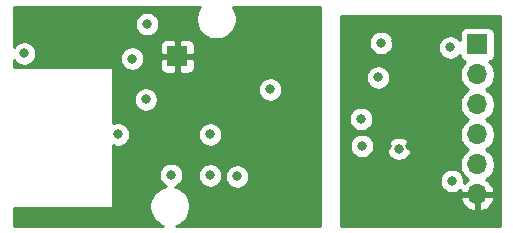
<source format=gbr>
%TF.GenerationSoftware,KiCad,Pcbnew,(5.1.6)-1*%
%TF.CreationDate,2020-11-12T12:57:51-08:00*%
%TF.ProjectId,frontendfullv2,66726f6e-7465-46e6-9466-756c6c76322e,rev?*%
%TF.SameCoordinates,Original*%
%TF.FileFunction,Copper,L2,Inr*%
%TF.FilePolarity,Positive*%
%FSLAX46Y46*%
G04 Gerber Fmt 4.6, Leading zero omitted, Abs format (unit mm)*
G04 Created by KiCad (PCBNEW (5.1.6)-1) date 2020-11-12 12:57:51*
%MOMM*%
%LPD*%
G01*
G04 APERTURE LIST*
%TA.AperFunction,ViaPad*%
%ADD10R,1.700000X1.700000*%
%TD*%
%TA.AperFunction,ViaPad*%
%ADD11O,1.700000X1.700000*%
%TD*%
%TA.AperFunction,ViaPad*%
%ADD12C,0.800000*%
%TD*%
%TA.AperFunction,Conductor*%
%ADD13C,0.254000*%
%TD*%
G04 APERTURE END LIST*
D10*
%TO.N,GNDA*%
%TO.C,J2*%
X80010000Y-118110000D03*
%TD*%
D11*
%TO.N,GND*%
%TO.C,J3*%
X105410000Y-129794000D03*
%TO.N,Net-(J3-Pad5)*%
X105410000Y-127254000D03*
%TO.N,/DOUT_BUF*%
X105410000Y-124714000D03*
%TO.N,Net-(J3-Pad3)*%
X105410000Y-122174000D03*
%TO.N,Net-(J3-Pad2)*%
X105410000Y-119634000D03*
D10*
%TO.N,+10V*%
X105410000Y-117094000D03*
%TD*%
D12*
%TO.N,GND*%
X95250000Y-117348000D03*
X98552000Y-116840000D03*
X100584000Y-117094000D03*
X100584000Y-115062000D03*
X103378000Y-127000000D03*
X103251000Y-130429000D03*
X100584000Y-131699000D03*
X98679000Y-131699000D03*
X99758500Y-125730000D03*
X97790000Y-125730000D03*
%TO.N,+3V0*%
X67056000Y-117856000D03*
X76200000Y-118300500D03*
X74993500Y-124714000D03*
X79502000Y-128143000D03*
X77470000Y-115366800D03*
%TO.N,Net-(C3-Pad2)*%
X77343000Y-121742200D03*
%TO.N,Net-(C5-Pad1)*%
X85090000Y-128270000D03*
X82804000Y-128172998D03*
X82804000Y-124714000D03*
X87884000Y-120904000D03*
%TO.N,+10V*%
X103124000Y-117348000D03*
X103251000Y-128651000D03*
%TO.N,Net-(J3-Pad3)*%
X97282000Y-116967000D03*
%TO.N,Net-(U4-Pad8)*%
X95572153Y-123385153D03*
X97023347Y-119883347D03*
%TO.N,Net-(U4-Pad6)*%
X95638762Y-125675126D03*
X98771003Y-125924000D03*
%TO.N,GNDA*%
X68072000Y-115062000D03*
X69088000Y-114300000D03*
X71120000Y-117348000D03*
X74930000Y-122682000D03*
X79400400Y-120091200D03*
X79502000Y-126441200D03*
X85775800Y-127177800D03*
X88138000Y-123952000D03*
X85090000Y-124460000D03*
X85344000Y-121666000D03*
X90678000Y-117348000D03*
X77901800Y-117805200D03*
X83566000Y-130073400D03*
X81000600Y-126669800D03*
X86614000Y-117348000D03*
%TD*%
D13*
%TO.N,GNDA*%
G36*
X81774463Y-114113169D02*
G01*
X81643675Y-114428919D01*
X81577000Y-114764117D01*
X81577000Y-115105883D01*
X81643675Y-115441081D01*
X81774463Y-115756831D01*
X81964337Y-116040998D01*
X82206002Y-116282663D01*
X82490169Y-116472537D01*
X82805919Y-116603325D01*
X83141117Y-116670000D01*
X83482883Y-116670000D01*
X83818081Y-116603325D01*
X84133831Y-116472537D01*
X84417998Y-116282663D01*
X84659663Y-116040998D01*
X84849537Y-115756831D01*
X84980325Y-115441081D01*
X85047000Y-115105883D01*
X85047000Y-114764117D01*
X84980325Y-114428919D01*
X84849537Y-114113169D01*
X84719798Y-113919000D01*
X92075000Y-113919000D01*
X92075000Y-132461000D01*
X79922907Y-132461000D01*
X80196831Y-132347537D01*
X80480998Y-132157663D01*
X80722663Y-131915998D01*
X80912537Y-131631831D01*
X81043325Y-131316081D01*
X81110000Y-130980883D01*
X81110000Y-130639117D01*
X81043325Y-130303919D01*
X80912537Y-129988169D01*
X80722663Y-129704002D01*
X80480998Y-129462337D01*
X80196831Y-129272463D01*
X79881081Y-129141675D01*
X79823313Y-129130184D01*
X79992256Y-129060205D01*
X80161774Y-128946937D01*
X80305937Y-128802774D01*
X80419205Y-128633256D01*
X80497226Y-128444898D01*
X80537000Y-128244939D01*
X80537000Y-128071059D01*
X81769000Y-128071059D01*
X81769000Y-128274937D01*
X81808774Y-128474896D01*
X81886795Y-128663254D01*
X82000063Y-128832772D01*
X82144226Y-128976935D01*
X82313744Y-129090203D01*
X82502102Y-129168224D01*
X82702061Y-129207998D01*
X82905939Y-129207998D01*
X83105898Y-129168224D01*
X83294256Y-129090203D01*
X83463774Y-128976935D01*
X83607937Y-128832772D01*
X83721205Y-128663254D01*
X83799226Y-128474896D01*
X83839000Y-128274937D01*
X83839000Y-128168061D01*
X84055000Y-128168061D01*
X84055000Y-128371939D01*
X84094774Y-128571898D01*
X84172795Y-128760256D01*
X84286063Y-128929774D01*
X84430226Y-129073937D01*
X84599744Y-129187205D01*
X84788102Y-129265226D01*
X84988061Y-129305000D01*
X85191939Y-129305000D01*
X85391898Y-129265226D01*
X85580256Y-129187205D01*
X85749774Y-129073937D01*
X85893937Y-128929774D01*
X86007205Y-128760256D01*
X86085226Y-128571898D01*
X86125000Y-128371939D01*
X86125000Y-128168061D01*
X86085226Y-127968102D01*
X86007205Y-127779744D01*
X85893937Y-127610226D01*
X85749774Y-127466063D01*
X85580256Y-127352795D01*
X85391898Y-127274774D01*
X85191939Y-127235000D01*
X84988061Y-127235000D01*
X84788102Y-127274774D01*
X84599744Y-127352795D01*
X84430226Y-127466063D01*
X84286063Y-127610226D01*
X84172795Y-127779744D01*
X84094774Y-127968102D01*
X84055000Y-128168061D01*
X83839000Y-128168061D01*
X83839000Y-128071059D01*
X83799226Y-127871100D01*
X83721205Y-127682742D01*
X83607937Y-127513224D01*
X83463774Y-127369061D01*
X83294256Y-127255793D01*
X83105898Y-127177772D01*
X82905939Y-127137998D01*
X82702061Y-127137998D01*
X82502102Y-127177772D01*
X82313744Y-127255793D01*
X82144226Y-127369061D01*
X82000063Y-127513224D01*
X81886795Y-127682742D01*
X81808774Y-127871100D01*
X81769000Y-128071059D01*
X80537000Y-128071059D01*
X80537000Y-128041061D01*
X80497226Y-127841102D01*
X80419205Y-127652744D01*
X80305937Y-127483226D01*
X80161774Y-127339063D01*
X79992256Y-127225795D01*
X79803898Y-127147774D01*
X79603939Y-127108000D01*
X79400061Y-127108000D01*
X79200102Y-127147774D01*
X79011744Y-127225795D01*
X78842226Y-127339063D01*
X78698063Y-127483226D01*
X78584795Y-127652744D01*
X78506774Y-127841102D01*
X78467000Y-128041061D01*
X78467000Y-128244939D01*
X78506774Y-128444898D01*
X78584795Y-128633256D01*
X78698063Y-128802774D01*
X78842226Y-128946937D01*
X79011744Y-129060205D01*
X79098284Y-129096051D01*
X78868919Y-129141675D01*
X78553169Y-129272463D01*
X78269002Y-129462337D01*
X78027337Y-129704002D01*
X77837463Y-129988169D01*
X77706675Y-130303919D01*
X77640000Y-130639117D01*
X77640000Y-130980883D01*
X77706675Y-131316081D01*
X77837463Y-131631831D01*
X78027337Y-131915998D01*
X78269002Y-132157663D01*
X78553169Y-132347537D01*
X78827093Y-132461000D01*
X66167000Y-132461000D01*
X66167000Y-130937000D01*
X74422000Y-130937000D01*
X74446776Y-130934560D01*
X74470601Y-130927333D01*
X74492557Y-130915597D01*
X74511803Y-130899803D01*
X74527597Y-130880557D01*
X74539333Y-130858601D01*
X74546560Y-130834776D01*
X74549000Y-130810000D01*
X74549000Y-125650158D01*
X74691602Y-125709226D01*
X74891561Y-125749000D01*
X75095439Y-125749000D01*
X75295398Y-125709226D01*
X75483756Y-125631205D01*
X75653274Y-125517937D01*
X75797437Y-125373774D01*
X75910705Y-125204256D01*
X75988726Y-125015898D01*
X76028500Y-124815939D01*
X76028500Y-124612061D01*
X81769000Y-124612061D01*
X81769000Y-124815939D01*
X81808774Y-125015898D01*
X81886795Y-125204256D01*
X82000063Y-125373774D01*
X82144226Y-125517937D01*
X82313744Y-125631205D01*
X82502102Y-125709226D01*
X82702061Y-125749000D01*
X82905939Y-125749000D01*
X83105898Y-125709226D01*
X83294256Y-125631205D01*
X83463774Y-125517937D01*
X83607937Y-125373774D01*
X83721205Y-125204256D01*
X83799226Y-125015898D01*
X83839000Y-124815939D01*
X83839000Y-124612061D01*
X83799226Y-124412102D01*
X83721205Y-124223744D01*
X83607937Y-124054226D01*
X83463774Y-123910063D01*
X83294256Y-123796795D01*
X83105898Y-123718774D01*
X82905939Y-123679000D01*
X82702061Y-123679000D01*
X82502102Y-123718774D01*
X82313744Y-123796795D01*
X82144226Y-123910063D01*
X82000063Y-124054226D01*
X81886795Y-124223744D01*
X81808774Y-124412102D01*
X81769000Y-124612061D01*
X76028500Y-124612061D01*
X75988726Y-124412102D01*
X75910705Y-124223744D01*
X75797437Y-124054226D01*
X75653274Y-123910063D01*
X75483756Y-123796795D01*
X75295398Y-123718774D01*
X75095439Y-123679000D01*
X74891561Y-123679000D01*
X74691602Y-123718774D01*
X74549000Y-123777842D01*
X74549000Y-121640261D01*
X76308000Y-121640261D01*
X76308000Y-121844139D01*
X76347774Y-122044098D01*
X76425795Y-122232456D01*
X76539063Y-122401974D01*
X76683226Y-122546137D01*
X76852744Y-122659405D01*
X77041102Y-122737426D01*
X77241061Y-122777200D01*
X77444939Y-122777200D01*
X77644898Y-122737426D01*
X77833256Y-122659405D01*
X78002774Y-122546137D01*
X78146937Y-122401974D01*
X78260205Y-122232456D01*
X78338226Y-122044098D01*
X78378000Y-121844139D01*
X78378000Y-121640261D01*
X78338226Y-121440302D01*
X78260205Y-121251944D01*
X78146937Y-121082426D01*
X78002774Y-120938263D01*
X77833256Y-120824995D01*
X77777889Y-120802061D01*
X86849000Y-120802061D01*
X86849000Y-121005939D01*
X86888774Y-121205898D01*
X86966795Y-121394256D01*
X87080063Y-121563774D01*
X87224226Y-121707937D01*
X87393744Y-121821205D01*
X87582102Y-121899226D01*
X87782061Y-121939000D01*
X87985939Y-121939000D01*
X88185898Y-121899226D01*
X88374256Y-121821205D01*
X88543774Y-121707937D01*
X88687937Y-121563774D01*
X88801205Y-121394256D01*
X88879226Y-121205898D01*
X88919000Y-121005939D01*
X88919000Y-120802061D01*
X88879226Y-120602102D01*
X88801205Y-120413744D01*
X88687937Y-120244226D01*
X88543774Y-120100063D01*
X88374256Y-119986795D01*
X88185898Y-119908774D01*
X87985939Y-119869000D01*
X87782061Y-119869000D01*
X87582102Y-119908774D01*
X87393744Y-119986795D01*
X87224226Y-120100063D01*
X87080063Y-120244226D01*
X86966795Y-120413744D01*
X86888774Y-120602102D01*
X86849000Y-120802061D01*
X77777889Y-120802061D01*
X77644898Y-120746974D01*
X77444939Y-120707200D01*
X77241061Y-120707200D01*
X77041102Y-120746974D01*
X76852744Y-120824995D01*
X76683226Y-120938263D01*
X76539063Y-121082426D01*
X76425795Y-121251944D01*
X76347774Y-121440302D01*
X76308000Y-121640261D01*
X74549000Y-121640261D01*
X74549000Y-119126000D01*
X74546560Y-119101224D01*
X74539333Y-119077399D01*
X74527597Y-119055443D01*
X74511803Y-119036197D01*
X74492557Y-119020403D01*
X74470601Y-119008667D01*
X74446776Y-119001440D01*
X74422000Y-118999000D01*
X66167000Y-118999000D01*
X66167000Y-118388468D01*
X66252063Y-118515774D01*
X66396226Y-118659937D01*
X66565744Y-118773205D01*
X66754102Y-118851226D01*
X66954061Y-118891000D01*
X67157939Y-118891000D01*
X67357898Y-118851226D01*
X67546256Y-118773205D01*
X67715774Y-118659937D01*
X67859937Y-118515774D01*
X67973205Y-118346256D01*
X68034382Y-118198561D01*
X75165000Y-118198561D01*
X75165000Y-118402439D01*
X75204774Y-118602398D01*
X75282795Y-118790756D01*
X75396063Y-118960274D01*
X75540226Y-119104437D01*
X75709744Y-119217705D01*
X75898102Y-119295726D01*
X76098061Y-119335500D01*
X76301939Y-119335500D01*
X76501898Y-119295726D01*
X76690256Y-119217705D01*
X76859774Y-119104437D01*
X77003937Y-118960274D01*
X77004120Y-118960000D01*
X78521928Y-118960000D01*
X78534188Y-119084482D01*
X78570498Y-119204180D01*
X78629463Y-119314494D01*
X78708815Y-119411185D01*
X78805506Y-119490537D01*
X78915820Y-119549502D01*
X79035518Y-119585812D01*
X79160000Y-119598072D01*
X79724250Y-119595000D01*
X79883000Y-119436250D01*
X79883000Y-118237000D01*
X80137000Y-118237000D01*
X80137000Y-119436250D01*
X80295750Y-119595000D01*
X80860000Y-119598072D01*
X80984482Y-119585812D01*
X81104180Y-119549502D01*
X81214494Y-119490537D01*
X81311185Y-119411185D01*
X81390537Y-119314494D01*
X81449502Y-119204180D01*
X81485812Y-119084482D01*
X81498072Y-118960000D01*
X81495000Y-118395750D01*
X81336250Y-118237000D01*
X80137000Y-118237000D01*
X79883000Y-118237000D01*
X78683750Y-118237000D01*
X78525000Y-118395750D01*
X78521928Y-118960000D01*
X77004120Y-118960000D01*
X77117205Y-118790756D01*
X77195226Y-118602398D01*
X77235000Y-118402439D01*
X77235000Y-118198561D01*
X77195226Y-117998602D01*
X77117205Y-117810244D01*
X77003937Y-117640726D01*
X76859774Y-117496563D01*
X76690256Y-117383295D01*
X76501898Y-117305274D01*
X76301939Y-117265500D01*
X76098061Y-117265500D01*
X75898102Y-117305274D01*
X75709744Y-117383295D01*
X75540226Y-117496563D01*
X75396063Y-117640726D01*
X75282795Y-117810244D01*
X75204774Y-117998602D01*
X75165000Y-118198561D01*
X68034382Y-118198561D01*
X68051226Y-118157898D01*
X68091000Y-117957939D01*
X68091000Y-117754061D01*
X68051226Y-117554102D01*
X67973205Y-117365744D01*
X67902550Y-117260000D01*
X78521928Y-117260000D01*
X78525000Y-117824250D01*
X78683750Y-117983000D01*
X79883000Y-117983000D01*
X79883000Y-116783750D01*
X80137000Y-116783750D01*
X80137000Y-117983000D01*
X81336250Y-117983000D01*
X81495000Y-117824250D01*
X81498072Y-117260000D01*
X81485812Y-117135518D01*
X81449502Y-117015820D01*
X81390537Y-116905506D01*
X81311185Y-116808815D01*
X81214494Y-116729463D01*
X81104180Y-116670498D01*
X80984482Y-116634188D01*
X80860000Y-116621928D01*
X80295750Y-116625000D01*
X80137000Y-116783750D01*
X79883000Y-116783750D01*
X79724250Y-116625000D01*
X79160000Y-116621928D01*
X79035518Y-116634188D01*
X78915820Y-116670498D01*
X78805506Y-116729463D01*
X78708815Y-116808815D01*
X78629463Y-116905506D01*
X78570498Y-117015820D01*
X78534188Y-117135518D01*
X78521928Y-117260000D01*
X67902550Y-117260000D01*
X67859937Y-117196226D01*
X67715774Y-117052063D01*
X67546256Y-116938795D01*
X67357898Y-116860774D01*
X67157939Y-116821000D01*
X66954061Y-116821000D01*
X66754102Y-116860774D01*
X66565744Y-116938795D01*
X66396226Y-117052063D01*
X66252063Y-117196226D01*
X66167000Y-117323532D01*
X66167000Y-115264861D01*
X76435000Y-115264861D01*
X76435000Y-115468739D01*
X76474774Y-115668698D01*
X76552795Y-115857056D01*
X76666063Y-116026574D01*
X76810226Y-116170737D01*
X76979744Y-116284005D01*
X77168102Y-116362026D01*
X77368061Y-116401800D01*
X77571939Y-116401800D01*
X77771898Y-116362026D01*
X77960256Y-116284005D01*
X78129774Y-116170737D01*
X78273937Y-116026574D01*
X78387205Y-115857056D01*
X78465226Y-115668698D01*
X78505000Y-115468739D01*
X78505000Y-115264861D01*
X78465226Y-115064902D01*
X78387205Y-114876544D01*
X78273937Y-114707026D01*
X78129774Y-114562863D01*
X77960256Y-114449595D01*
X77771898Y-114371574D01*
X77571939Y-114331800D01*
X77368061Y-114331800D01*
X77168102Y-114371574D01*
X76979744Y-114449595D01*
X76810226Y-114562863D01*
X76666063Y-114707026D01*
X76552795Y-114876544D01*
X76474774Y-115064902D01*
X76435000Y-115264861D01*
X66167000Y-115264861D01*
X66167000Y-113919000D01*
X81904202Y-113919000D01*
X81774463Y-114113169D01*
G37*
X81774463Y-114113169D02*
X81643675Y-114428919D01*
X81577000Y-114764117D01*
X81577000Y-115105883D01*
X81643675Y-115441081D01*
X81774463Y-115756831D01*
X81964337Y-116040998D01*
X82206002Y-116282663D01*
X82490169Y-116472537D01*
X82805919Y-116603325D01*
X83141117Y-116670000D01*
X83482883Y-116670000D01*
X83818081Y-116603325D01*
X84133831Y-116472537D01*
X84417998Y-116282663D01*
X84659663Y-116040998D01*
X84849537Y-115756831D01*
X84980325Y-115441081D01*
X85047000Y-115105883D01*
X85047000Y-114764117D01*
X84980325Y-114428919D01*
X84849537Y-114113169D01*
X84719798Y-113919000D01*
X92075000Y-113919000D01*
X92075000Y-132461000D01*
X79922907Y-132461000D01*
X80196831Y-132347537D01*
X80480998Y-132157663D01*
X80722663Y-131915998D01*
X80912537Y-131631831D01*
X81043325Y-131316081D01*
X81110000Y-130980883D01*
X81110000Y-130639117D01*
X81043325Y-130303919D01*
X80912537Y-129988169D01*
X80722663Y-129704002D01*
X80480998Y-129462337D01*
X80196831Y-129272463D01*
X79881081Y-129141675D01*
X79823313Y-129130184D01*
X79992256Y-129060205D01*
X80161774Y-128946937D01*
X80305937Y-128802774D01*
X80419205Y-128633256D01*
X80497226Y-128444898D01*
X80537000Y-128244939D01*
X80537000Y-128071059D01*
X81769000Y-128071059D01*
X81769000Y-128274937D01*
X81808774Y-128474896D01*
X81886795Y-128663254D01*
X82000063Y-128832772D01*
X82144226Y-128976935D01*
X82313744Y-129090203D01*
X82502102Y-129168224D01*
X82702061Y-129207998D01*
X82905939Y-129207998D01*
X83105898Y-129168224D01*
X83294256Y-129090203D01*
X83463774Y-128976935D01*
X83607937Y-128832772D01*
X83721205Y-128663254D01*
X83799226Y-128474896D01*
X83839000Y-128274937D01*
X83839000Y-128168061D01*
X84055000Y-128168061D01*
X84055000Y-128371939D01*
X84094774Y-128571898D01*
X84172795Y-128760256D01*
X84286063Y-128929774D01*
X84430226Y-129073937D01*
X84599744Y-129187205D01*
X84788102Y-129265226D01*
X84988061Y-129305000D01*
X85191939Y-129305000D01*
X85391898Y-129265226D01*
X85580256Y-129187205D01*
X85749774Y-129073937D01*
X85893937Y-128929774D01*
X86007205Y-128760256D01*
X86085226Y-128571898D01*
X86125000Y-128371939D01*
X86125000Y-128168061D01*
X86085226Y-127968102D01*
X86007205Y-127779744D01*
X85893937Y-127610226D01*
X85749774Y-127466063D01*
X85580256Y-127352795D01*
X85391898Y-127274774D01*
X85191939Y-127235000D01*
X84988061Y-127235000D01*
X84788102Y-127274774D01*
X84599744Y-127352795D01*
X84430226Y-127466063D01*
X84286063Y-127610226D01*
X84172795Y-127779744D01*
X84094774Y-127968102D01*
X84055000Y-128168061D01*
X83839000Y-128168061D01*
X83839000Y-128071059D01*
X83799226Y-127871100D01*
X83721205Y-127682742D01*
X83607937Y-127513224D01*
X83463774Y-127369061D01*
X83294256Y-127255793D01*
X83105898Y-127177772D01*
X82905939Y-127137998D01*
X82702061Y-127137998D01*
X82502102Y-127177772D01*
X82313744Y-127255793D01*
X82144226Y-127369061D01*
X82000063Y-127513224D01*
X81886795Y-127682742D01*
X81808774Y-127871100D01*
X81769000Y-128071059D01*
X80537000Y-128071059D01*
X80537000Y-128041061D01*
X80497226Y-127841102D01*
X80419205Y-127652744D01*
X80305937Y-127483226D01*
X80161774Y-127339063D01*
X79992256Y-127225795D01*
X79803898Y-127147774D01*
X79603939Y-127108000D01*
X79400061Y-127108000D01*
X79200102Y-127147774D01*
X79011744Y-127225795D01*
X78842226Y-127339063D01*
X78698063Y-127483226D01*
X78584795Y-127652744D01*
X78506774Y-127841102D01*
X78467000Y-128041061D01*
X78467000Y-128244939D01*
X78506774Y-128444898D01*
X78584795Y-128633256D01*
X78698063Y-128802774D01*
X78842226Y-128946937D01*
X79011744Y-129060205D01*
X79098284Y-129096051D01*
X78868919Y-129141675D01*
X78553169Y-129272463D01*
X78269002Y-129462337D01*
X78027337Y-129704002D01*
X77837463Y-129988169D01*
X77706675Y-130303919D01*
X77640000Y-130639117D01*
X77640000Y-130980883D01*
X77706675Y-131316081D01*
X77837463Y-131631831D01*
X78027337Y-131915998D01*
X78269002Y-132157663D01*
X78553169Y-132347537D01*
X78827093Y-132461000D01*
X66167000Y-132461000D01*
X66167000Y-130937000D01*
X74422000Y-130937000D01*
X74446776Y-130934560D01*
X74470601Y-130927333D01*
X74492557Y-130915597D01*
X74511803Y-130899803D01*
X74527597Y-130880557D01*
X74539333Y-130858601D01*
X74546560Y-130834776D01*
X74549000Y-130810000D01*
X74549000Y-125650158D01*
X74691602Y-125709226D01*
X74891561Y-125749000D01*
X75095439Y-125749000D01*
X75295398Y-125709226D01*
X75483756Y-125631205D01*
X75653274Y-125517937D01*
X75797437Y-125373774D01*
X75910705Y-125204256D01*
X75988726Y-125015898D01*
X76028500Y-124815939D01*
X76028500Y-124612061D01*
X81769000Y-124612061D01*
X81769000Y-124815939D01*
X81808774Y-125015898D01*
X81886795Y-125204256D01*
X82000063Y-125373774D01*
X82144226Y-125517937D01*
X82313744Y-125631205D01*
X82502102Y-125709226D01*
X82702061Y-125749000D01*
X82905939Y-125749000D01*
X83105898Y-125709226D01*
X83294256Y-125631205D01*
X83463774Y-125517937D01*
X83607937Y-125373774D01*
X83721205Y-125204256D01*
X83799226Y-125015898D01*
X83839000Y-124815939D01*
X83839000Y-124612061D01*
X83799226Y-124412102D01*
X83721205Y-124223744D01*
X83607937Y-124054226D01*
X83463774Y-123910063D01*
X83294256Y-123796795D01*
X83105898Y-123718774D01*
X82905939Y-123679000D01*
X82702061Y-123679000D01*
X82502102Y-123718774D01*
X82313744Y-123796795D01*
X82144226Y-123910063D01*
X82000063Y-124054226D01*
X81886795Y-124223744D01*
X81808774Y-124412102D01*
X81769000Y-124612061D01*
X76028500Y-124612061D01*
X75988726Y-124412102D01*
X75910705Y-124223744D01*
X75797437Y-124054226D01*
X75653274Y-123910063D01*
X75483756Y-123796795D01*
X75295398Y-123718774D01*
X75095439Y-123679000D01*
X74891561Y-123679000D01*
X74691602Y-123718774D01*
X74549000Y-123777842D01*
X74549000Y-121640261D01*
X76308000Y-121640261D01*
X76308000Y-121844139D01*
X76347774Y-122044098D01*
X76425795Y-122232456D01*
X76539063Y-122401974D01*
X76683226Y-122546137D01*
X76852744Y-122659405D01*
X77041102Y-122737426D01*
X77241061Y-122777200D01*
X77444939Y-122777200D01*
X77644898Y-122737426D01*
X77833256Y-122659405D01*
X78002774Y-122546137D01*
X78146937Y-122401974D01*
X78260205Y-122232456D01*
X78338226Y-122044098D01*
X78378000Y-121844139D01*
X78378000Y-121640261D01*
X78338226Y-121440302D01*
X78260205Y-121251944D01*
X78146937Y-121082426D01*
X78002774Y-120938263D01*
X77833256Y-120824995D01*
X77777889Y-120802061D01*
X86849000Y-120802061D01*
X86849000Y-121005939D01*
X86888774Y-121205898D01*
X86966795Y-121394256D01*
X87080063Y-121563774D01*
X87224226Y-121707937D01*
X87393744Y-121821205D01*
X87582102Y-121899226D01*
X87782061Y-121939000D01*
X87985939Y-121939000D01*
X88185898Y-121899226D01*
X88374256Y-121821205D01*
X88543774Y-121707937D01*
X88687937Y-121563774D01*
X88801205Y-121394256D01*
X88879226Y-121205898D01*
X88919000Y-121005939D01*
X88919000Y-120802061D01*
X88879226Y-120602102D01*
X88801205Y-120413744D01*
X88687937Y-120244226D01*
X88543774Y-120100063D01*
X88374256Y-119986795D01*
X88185898Y-119908774D01*
X87985939Y-119869000D01*
X87782061Y-119869000D01*
X87582102Y-119908774D01*
X87393744Y-119986795D01*
X87224226Y-120100063D01*
X87080063Y-120244226D01*
X86966795Y-120413744D01*
X86888774Y-120602102D01*
X86849000Y-120802061D01*
X77777889Y-120802061D01*
X77644898Y-120746974D01*
X77444939Y-120707200D01*
X77241061Y-120707200D01*
X77041102Y-120746974D01*
X76852744Y-120824995D01*
X76683226Y-120938263D01*
X76539063Y-121082426D01*
X76425795Y-121251944D01*
X76347774Y-121440302D01*
X76308000Y-121640261D01*
X74549000Y-121640261D01*
X74549000Y-119126000D01*
X74546560Y-119101224D01*
X74539333Y-119077399D01*
X74527597Y-119055443D01*
X74511803Y-119036197D01*
X74492557Y-119020403D01*
X74470601Y-119008667D01*
X74446776Y-119001440D01*
X74422000Y-118999000D01*
X66167000Y-118999000D01*
X66167000Y-118388468D01*
X66252063Y-118515774D01*
X66396226Y-118659937D01*
X66565744Y-118773205D01*
X66754102Y-118851226D01*
X66954061Y-118891000D01*
X67157939Y-118891000D01*
X67357898Y-118851226D01*
X67546256Y-118773205D01*
X67715774Y-118659937D01*
X67859937Y-118515774D01*
X67973205Y-118346256D01*
X68034382Y-118198561D01*
X75165000Y-118198561D01*
X75165000Y-118402439D01*
X75204774Y-118602398D01*
X75282795Y-118790756D01*
X75396063Y-118960274D01*
X75540226Y-119104437D01*
X75709744Y-119217705D01*
X75898102Y-119295726D01*
X76098061Y-119335500D01*
X76301939Y-119335500D01*
X76501898Y-119295726D01*
X76690256Y-119217705D01*
X76859774Y-119104437D01*
X77003937Y-118960274D01*
X77004120Y-118960000D01*
X78521928Y-118960000D01*
X78534188Y-119084482D01*
X78570498Y-119204180D01*
X78629463Y-119314494D01*
X78708815Y-119411185D01*
X78805506Y-119490537D01*
X78915820Y-119549502D01*
X79035518Y-119585812D01*
X79160000Y-119598072D01*
X79724250Y-119595000D01*
X79883000Y-119436250D01*
X79883000Y-118237000D01*
X80137000Y-118237000D01*
X80137000Y-119436250D01*
X80295750Y-119595000D01*
X80860000Y-119598072D01*
X80984482Y-119585812D01*
X81104180Y-119549502D01*
X81214494Y-119490537D01*
X81311185Y-119411185D01*
X81390537Y-119314494D01*
X81449502Y-119204180D01*
X81485812Y-119084482D01*
X81498072Y-118960000D01*
X81495000Y-118395750D01*
X81336250Y-118237000D01*
X80137000Y-118237000D01*
X79883000Y-118237000D01*
X78683750Y-118237000D01*
X78525000Y-118395750D01*
X78521928Y-118960000D01*
X77004120Y-118960000D01*
X77117205Y-118790756D01*
X77195226Y-118602398D01*
X77235000Y-118402439D01*
X77235000Y-118198561D01*
X77195226Y-117998602D01*
X77117205Y-117810244D01*
X77003937Y-117640726D01*
X76859774Y-117496563D01*
X76690256Y-117383295D01*
X76501898Y-117305274D01*
X76301939Y-117265500D01*
X76098061Y-117265500D01*
X75898102Y-117305274D01*
X75709744Y-117383295D01*
X75540226Y-117496563D01*
X75396063Y-117640726D01*
X75282795Y-117810244D01*
X75204774Y-117998602D01*
X75165000Y-118198561D01*
X68034382Y-118198561D01*
X68051226Y-118157898D01*
X68091000Y-117957939D01*
X68091000Y-117754061D01*
X68051226Y-117554102D01*
X67973205Y-117365744D01*
X67902550Y-117260000D01*
X78521928Y-117260000D01*
X78525000Y-117824250D01*
X78683750Y-117983000D01*
X79883000Y-117983000D01*
X79883000Y-116783750D01*
X80137000Y-116783750D01*
X80137000Y-117983000D01*
X81336250Y-117983000D01*
X81495000Y-117824250D01*
X81498072Y-117260000D01*
X81485812Y-117135518D01*
X81449502Y-117015820D01*
X81390537Y-116905506D01*
X81311185Y-116808815D01*
X81214494Y-116729463D01*
X81104180Y-116670498D01*
X80984482Y-116634188D01*
X80860000Y-116621928D01*
X80295750Y-116625000D01*
X80137000Y-116783750D01*
X79883000Y-116783750D01*
X79724250Y-116625000D01*
X79160000Y-116621928D01*
X79035518Y-116634188D01*
X78915820Y-116670498D01*
X78805506Y-116729463D01*
X78708815Y-116808815D01*
X78629463Y-116905506D01*
X78570498Y-117015820D01*
X78534188Y-117135518D01*
X78521928Y-117260000D01*
X67902550Y-117260000D01*
X67859937Y-117196226D01*
X67715774Y-117052063D01*
X67546256Y-116938795D01*
X67357898Y-116860774D01*
X67157939Y-116821000D01*
X66954061Y-116821000D01*
X66754102Y-116860774D01*
X66565744Y-116938795D01*
X66396226Y-117052063D01*
X66252063Y-117196226D01*
X66167000Y-117323532D01*
X66167000Y-115264861D01*
X76435000Y-115264861D01*
X76435000Y-115468739D01*
X76474774Y-115668698D01*
X76552795Y-115857056D01*
X76666063Y-116026574D01*
X76810226Y-116170737D01*
X76979744Y-116284005D01*
X77168102Y-116362026D01*
X77368061Y-116401800D01*
X77571939Y-116401800D01*
X77771898Y-116362026D01*
X77960256Y-116284005D01*
X78129774Y-116170737D01*
X78273937Y-116026574D01*
X78387205Y-115857056D01*
X78465226Y-115668698D01*
X78505000Y-115468739D01*
X78505000Y-115264861D01*
X78465226Y-115064902D01*
X78387205Y-114876544D01*
X78273937Y-114707026D01*
X78129774Y-114562863D01*
X77960256Y-114449595D01*
X77771898Y-114371574D01*
X77571939Y-114331800D01*
X77368061Y-114331800D01*
X77168102Y-114371574D01*
X76979744Y-114449595D01*
X76810226Y-114562863D01*
X76666063Y-114707026D01*
X76552795Y-114876544D01*
X76474774Y-115064902D01*
X76435000Y-115264861D01*
X66167000Y-115264861D01*
X66167000Y-113919000D01*
X81904202Y-113919000D01*
X81774463Y-114113169D01*
%TO.N,GND*%
G36*
X107315000Y-132461000D02*
G01*
X93853000Y-132461000D01*
X93853000Y-130150890D01*
X103968524Y-130150890D01*
X104013175Y-130298099D01*
X104138359Y-130560920D01*
X104312412Y-130794269D01*
X104528645Y-130989178D01*
X104778748Y-131138157D01*
X105053109Y-131235481D01*
X105283000Y-131114814D01*
X105283000Y-129921000D01*
X105537000Y-129921000D01*
X105537000Y-131114814D01*
X105766891Y-131235481D01*
X106041252Y-131138157D01*
X106291355Y-130989178D01*
X106507588Y-130794269D01*
X106681641Y-130560920D01*
X106806825Y-130298099D01*
X106851476Y-130150890D01*
X106730155Y-129921000D01*
X105537000Y-129921000D01*
X105283000Y-129921000D01*
X104089845Y-129921000D01*
X103968524Y-130150890D01*
X93853000Y-130150890D01*
X93853000Y-125573187D01*
X94603762Y-125573187D01*
X94603762Y-125777065D01*
X94643536Y-125977024D01*
X94721557Y-126165382D01*
X94834825Y-126334900D01*
X94978988Y-126479063D01*
X95148506Y-126592331D01*
X95336864Y-126670352D01*
X95536823Y-126710126D01*
X95740701Y-126710126D01*
X95940660Y-126670352D01*
X96129018Y-126592331D01*
X96298536Y-126479063D01*
X96442699Y-126334900D01*
X96555967Y-126165382D01*
X96633988Y-125977024D01*
X96664811Y-125822061D01*
X97736003Y-125822061D01*
X97736003Y-126025939D01*
X97775777Y-126225898D01*
X97853798Y-126414256D01*
X97967066Y-126583774D01*
X98111229Y-126727937D01*
X98280747Y-126841205D01*
X98469105Y-126919226D01*
X98669064Y-126959000D01*
X98872942Y-126959000D01*
X99072901Y-126919226D01*
X99261259Y-126841205D01*
X99430777Y-126727937D01*
X99574940Y-126583774D01*
X99688208Y-126414256D01*
X99766229Y-126225898D01*
X99806003Y-126025939D01*
X99806003Y-125822061D01*
X99766229Y-125622102D01*
X99688208Y-125433744D01*
X99574940Y-125264226D01*
X99430777Y-125120063D01*
X99261259Y-125006795D01*
X99072901Y-124928774D01*
X98872942Y-124889000D01*
X98669064Y-124889000D01*
X98469105Y-124928774D01*
X98280747Y-125006795D01*
X98111229Y-125120063D01*
X97967066Y-125264226D01*
X97853798Y-125433744D01*
X97775777Y-125622102D01*
X97736003Y-125822061D01*
X96664811Y-125822061D01*
X96673762Y-125777065D01*
X96673762Y-125573187D01*
X96633988Y-125373228D01*
X96555967Y-125184870D01*
X96442699Y-125015352D01*
X96298536Y-124871189D01*
X96129018Y-124757921D01*
X95940660Y-124679900D01*
X95740701Y-124640126D01*
X95536823Y-124640126D01*
X95336864Y-124679900D01*
X95148506Y-124757921D01*
X94978988Y-124871189D01*
X94834825Y-125015352D01*
X94721557Y-125184870D01*
X94643536Y-125373228D01*
X94603762Y-125573187D01*
X93853000Y-125573187D01*
X93853000Y-123283214D01*
X94537153Y-123283214D01*
X94537153Y-123487092D01*
X94576927Y-123687051D01*
X94654948Y-123875409D01*
X94768216Y-124044927D01*
X94912379Y-124189090D01*
X95081897Y-124302358D01*
X95270255Y-124380379D01*
X95470214Y-124420153D01*
X95674092Y-124420153D01*
X95874051Y-124380379D01*
X96062409Y-124302358D01*
X96231927Y-124189090D01*
X96376090Y-124044927D01*
X96489358Y-123875409D01*
X96567379Y-123687051D01*
X96607153Y-123487092D01*
X96607153Y-123283214D01*
X96567379Y-123083255D01*
X96489358Y-122894897D01*
X96376090Y-122725379D01*
X96231927Y-122581216D01*
X96062409Y-122467948D01*
X95874051Y-122389927D01*
X95674092Y-122350153D01*
X95470214Y-122350153D01*
X95270255Y-122389927D01*
X95081897Y-122467948D01*
X94912379Y-122581216D01*
X94768216Y-122725379D01*
X94654948Y-122894897D01*
X94576927Y-123083255D01*
X94537153Y-123283214D01*
X93853000Y-123283214D01*
X93853000Y-119781408D01*
X95988347Y-119781408D01*
X95988347Y-119985286D01*
X96028121Y-120185245D01*
X96106142Y-120373603D01*
X96219410Y-120543121D01*
X96363573Y-120687284D01*
X96533091Y-120800552D01*
X96721449Y-120878573D01*
X96921408Y-120918347D01*
X97125286Y-120918347D01*
X97325245Y-120878573D01*
X97513603Y-120800552D01*
X97683121Y-120687284D01*
X97827284Y-120543121D01*
X97940552Y-120373603D01*
X98018573Y-120185245D01*
X98058347Y-119985286D01*
X98058347Y-119781408D01*
X98018573Y-119581449D01*
X97940552Y-119393091D01*
X97827284Y-119223573D01*
X97683121Y-119079410D01*
X97513603Y-118966142D01*
X97325245Y-118888121D01*
X97125286Y-118848347D01*
X96921408Y-118848347D01*
X96721449Y-118888121D01*
X96533091Y-118966142D01*
X96363573Y-119079410D01*
X96219410Y-119223573D01*
X96106142Y-119393091D01*
X96028121Y-119581449D01*
X95988347Y-119781408D01*
X93853000Y-119781408D01*
X93853000Y-116865061D01*
X96247000Y-116865061D01*
X96247000Y-117068939D01*
X96286774Y-117268898D01*
X96364795Y-117457256D01*
X96478063Y-117626774D01*
X96622226Y-117770937D01*
X96791744Y-117884205D01*
X96980102Y-117962226D01*
X97180061Y-118002000D01*
X97383939Y-118002000D01*
X97583898Y-117962226D01*
X97772256Y-117884205D01*
X97941774Y-117770937D01*
X98085937Y-117626774D01*
X98199205Y-117457256D01*
X98277226Y-117268898D01*
X98281768Y-117246061D01*
X102089000Y-117246061D01*
X102089000Y-117449939D01*
X102128774Y-117649898D01*
X102206795Y-117838256D01*
X102320063Y-118007774D01*
X102464226Y-118151937D01*
X102633744Y-118265205D01*
X102822102Y-118343226D01*
X103022061Y-118383000D01*
X103225939Y-118383000D01*
X103425898Y-118343226D01*
X103614256Y-118265205D01*
X103783774Y-118151937D01*
X103927937Y-118007774D01*
X103928174Y-118007419D01*
X103934188Y-118068482D01*
X103970498Y-118188180D01*
X104029463Y-118298494D01*
X104108815Y-118395185D01*
X104205506Y-118474537D01*
X104315820Y-118533502D01*
X104388380Y-118555513D01*
X104256525Y-118687368D01*
X104094010Y-118930589D01*
X103982068Y-119200842D01*
X103925000Y-119487740D01*
X103925000Y-119780260D01*
X103982068Y-120067158D01*
X104094010Y-120337411D01*
X104256525Y-120580632D01*
X104463368Y-120787475D01*
X104637760Y-120904000D01*
X104463368Y-121020525D01*
X104256525Y-121227368D01*
X104094010Y-121470589D01*
X103982068Y-121740842D01*
X103925000Y-122027740D01*
X103925000Y-122320260D01*
X103982068Y-122607158D01*
X104094010Y-122877411D01*
X104256525Y-123120632D01*
X104463368Y-123327475D01*
X104637760Y-123444000D01*
X104463368Y-123560525D01*
X104256525Y-123767368D01*
X104094010Y-124010589D01*
X103982068Y-124280842D01*
X103925000Y-124567740D01*
X103925000Y-124860260D01*
X103982068Y-125147158D01*
X104094010Y-125417411D01*
X104256525Y-125660632D01*
X104463368Y-125867475D01*
X104637760Y-125984000D01*
X104463368Y-126100525D01*
X104256525Y-126307368D01*
X104094010Y-126550589D01*
X103982068Y-126820842D01*
X103925000Y-127107740D01*
X103925000Y-127400260D01*
X103982068Y-127687158D01*
X104094010Y-127957411D01*
X104256525Y-128200632D01*
X104463368Y-128407475D01*
X104645534Y-128529195D01*
X104528645Y-128598822D01*
X104312412Y-128793731D01*
X104265331Y-128856852D01*
X104286000Y-128752939D01*
X104286000Y-128549061D01*
X104246226Y-128349102D01*
X104168205Y-128160744D01*
X104054937Y-127991226D01*
X103910774Y-127847063D01*
X103741256Y-127733795D01*
X103552898Y-127655774D01*
X103352939Y-127616000D01*
X103149061Y-127616000D01*
X102949102Y-127655774D01*
X102760744Y-127733795D01*
X102591226Y-127847063D01*
X102447063Y-127991226D01*
X102333795Y-128160744D01*
X102255774Y-128349102D01*
X102216000Y-128549061D01*
X102216000Y-128752939D01*
X102255774Y-128952898D01*
X102333795Y-129141256D01*
X102447063Y-129310774D01*
X102591226Y-129454937D01*
X102760744Y-129568205D01*
X102949102Y-129646226D01*
X103149061Y-129686000D01*
X103352939Y-129686000D01*
X103552898Y-129646226D01*
X103741256Y-129568205D01*
X103910774Y-129454937D01*
X103985905Y-129379806D01*
X103968524Y-129437110D01*
X104089845Y-129667000D01*
X105283000Y-129667000D01*
X105283000Y-129647000D01*
X105537000Y-129647000D01*
X105537000Y-129667000D01*
X106730155Y-129667000D01*
X106851476Y-129437110D01*
X106806825Y-129289901D01*
X106681641Y-129027080D01*
X106507588Y-128793731D01*
X106291355Y-128598822D01*
X106174466Y-128529195D01*
X106356632Y-128407475D01*
X106563475Y-128200632D01*
X106725990Y-127957411D01*
X106837932Y-127687158D01*
X106895000Y-127400260D01*
X106895000Y-127107740D01*
X106837932Y-126820842D01*
X106725990Y-126550589D01*
X106563475Y-126307368D01*
X106356632Y-126100525D01*
X106182240Y-125984000D01*
X106356632Y-125867475D01*
X106563475Y-125660632D01*
X106725990Y-125417411D01*
X106837932Y-125147158D01*
X106895000Y-124860260D01*
X106895000Y-124567740D01*
X106837932Y-124280842D01*
X106725990Y-124010589D01*
X106563475Y-123767368D01*
X106356632Y-123560525D01*
X106182240Y-123444000D01*
X106356632Y-123327475D01*
X106563475Y-123120632D01*
X106725990Y-122877411D01*
X106837932Y-122607158D01*
X106895000Y-122320260D01*
X106895000Y-122027740D01*
X106837932Y-121740842D01*
X106725990Y-121470589D01*
X106563475Y-121227368D01*
X106356632Y-121020525D01*
X106182240Y-120904000D01*
X106356632Y-120787475D01*
X106563475Y-120580632D01*
X106725990Y-120337411D01*
X106837932Y-120067158D01*
X106895000Y-119780260D01*
X106895000Y-119487740D01*
X106837932Y-119200842D01*
X106725990Y-118930589D01*
X106563475Y-118687368D01*
X106431620Y-118555513D01*
X106504180Y-118533502D01*
X106614494Y-118474537D01*
X106711185Y-118395185D01*
X106790537Y-118298494D01*
X106849502Y-118188180D01*
X106885812Y-118068482D01*
X106898072Y-117944000D01*
X106898072Y-116244000D01*
X106885812Y-116119518D01*
X106849502Y-115999820D01*
X106790537Y-115889506D01*
X106711185Y-115792815D01*
X106614494Y-115713463D01*
X106504180Y-115654498D01*
X106384482Y-115618188D01*
X106260000Y-115605928D01*
X104560000Y-115605928D01*
X104435518Y-115618188D01*
X104315820Y-115654498D01*
X104205506Y-115713463D01*
X104108815Y-115792815D01*
X104029463Y-115889506D01*
X103970498Y-115999820D01*
X103934188Y-116119518D01*
X103921928Y-116244000D01*
X103921928Y-116682217D01*
X103783774Y-116544063D01*
X103614256Y-116430795D01*
X103425898Y-116352774D01*
X103225939Y-116313000D01*
X103022061Y-116313000D01*
X102822102Y-116352774D01*
X102633744Y-116430795D01*
X102464226Y-116544063D01*
X102320063Y-116688226D01*
X102206795Y-116857744D01*
X102128774Y-117046102D01*
X102089000Y-117246061D01*
X98281768Y-117246061D01*
X98317000Y-117068939D01*
X98317000Y-116865061D01*
X98277226Y-116665102D01*
X98199205Y-116476744D01*
X98085937Y-116307226D01*
X97941774Y-116163063D01*
X97772256Y-116049795D01*
X97583898Y-115971774D01*
X97383939Y-115932000D01*
X97180061Y-115932000D01*
X96980102Y-115971774D01*
X96791744Y-116049795D01*
X96622226Y-116163063D01*
X96478063Y-116307226D01*
X96364795Y-116476744D01*
X96286774Y-116665102D01*
X96247000Y-116865061D01*
X93853000Y-116865061D01*
X93853000Y-114681000D01*
X107315000Y-114681000D01*
X107315000Y-132461000D01*
G37*
X107315000Y-132461000D02*
X93853000Y-132461000D01*
X93853000Y-130150890D01*
X103968524Y-130150890D01*
X104013175Y-130298099D01*
X104138359Y-130560920D01*
X104312412Y-130794269D01*
X104528645Y-130989178D01*
X104778748Y-131138157D01*
X105053109Y-131235481D01*
X105283000Y-131114814D01*
X105283000Y-129921000D01*
X105537000Y-129921000D01*
X105537000Y-131114814D01*
X105766891Y-131235481D01*
X106041252Y-131138157D01*
X106291355Y-130989178D01*
X106507588Y-130794269D01*
X106681641Y-130560920D01*
X106806825Y-130298099D01*
X106851476Y-130150890D01*
X106730155Y-129921000D01*
X105537000Y-129921000D01*
X105283000Y-129921000D01*
X104089845Y-129921000D01*
X103968524Y-130150890D01*
X93853000Y-130150890D01*
X93853000Y-125573187D01*
X94603762Y-125573187D01*
X94603762Y-125777065D01*
X94643536Y-125977024D01*
X94721557Y-126165382D01*
X94834825Y-126334900D01*
X94978988Y-126479063D01*
X95148506Y-126592331D01*
X95336864Y-126670352D01*
X95536823Y-126710126D01*
X95740701Y-126710126D01*
X95940660Y-126670352D01*
X96129018Y-126592331D01*
X96298536Y-126479063D01*
X96442699Y-126334900D01*
X96555967Y-126165382D01*
X96633988Y-125977024D01*
X96664811Y-125822061D01*
X97736003Y-125822061D01*
X97736003Y-126025939D01*
X97775777Y-126225898D01*
X97853798Y-126414256D01*
X97967066Y-126583774D01*
X98111229Y-126727937D01*
X98280747Y-126841205D01*
X98469105Y-126919226D01*
X98669064Y-126959000D01*
X98872942Y-126959000D01*
X99072901Y-126919226D01*
X99261259Y-126841205D01*
X99430777Y-126727937D01*
X99574940Y-126583774D01*
X99688208Y-126414256D01*
X99766229Y-126225898D01*
X99806003Y-126025939D01*
X99806003Y-125822061D01*
X99766229Y-125622102D01*
X99688208Y-125433744D01*
X99574940Y-125264226D01*
X99430777Y-125120063D01*
X99261259Y-125006795D01*
X99072901Y-124928774D01*
X98872942Y-124889000D01*
X98669064Y-124889000D01*
X98469105Y-124928774D01*
X98280747Y-125006795D01*
X98111229Y-125120063D01*
X97967066Y-125264226D01*
X97853798Y-125433744D01*
X97775777Y-125622102D01*
X97736003Y-125822061D01*
X96664811Y-125822061D01*
X96673762Y-125777065D01*
X96673762Y-125573187D01*
X96633988Y-125373228D01*
X96555967Y-125184870D01*
X96442699Y-125015352D01*
X96298536Y-124871189D01*
X96129018Y-124757921D01*
X95940660Y-124679900D01*
X95740701Y-124640126D01*
X95536823Y-124640126D01*
X95336864Y-124679900D01*
X95148506Y-124757921D01*
X94978988Y-124871189D01*
X94834825Y-125015352D01*
X94721557Y-125184870D01*
X94643536Y-125373228D01*
X94603762Y-125573187D01*
X93853000Y-125573187D01*
X93853000Y-123283214D01*
X94537153Y-123283214D01*
X94537153Y-123487092D01*
X94576927Y-123687051D01*
X94654948Y-123875409D01*
X94768216Y-124044927D01*
X94912379Y-124189090D01*
X95081897Y-124302358D01*
X95270255Y-124380379D01*
X95470214Y-124420153D01*
X95674092Y-124420153D01*
X95874051Y-124380379D01*
X96062409Y-124302358D01*
X96231927Y-124189090D01*
X96376090Y-124044927D01*
X96489358Y-123875409D01*
X96567379Y-123687051D01*
X96607153Y-123487092D01*
X96607153Y-123283214D01*
X96567379Y-123083255D01*
X96489358Y-122894897D01*
X96376090Y-122725379D01*
X96231927Y-122581216D01*
X96062409Y-122467948D01*
X95874051Y-122389927D01*
X95674092Y-122350153D01*
X95470214Y-122350153D01*
X95270255Y-122389927D01*
X95081897Y-122467948D01*
X94912379Y-122581216D01*
X94768216Y-122725379D01*
X94654948Y-122894897D01*
X94576927Y-123083255D01*
X94537153Y-123283214D01*
X93853000Y-123283214D01*
X93853000Y-119781408D01*
X95988347Y-119781408D01*
X95988347Y-119985286D01*
X96028121Y-120185245D01*
X96106142Y-120373603D01*
X96219410Y-120543121D01*
X96363573Y-120687284D01*
X96533091Y-120800552D01*
X96721449Y-120878573D01*
X96921408Y-120918347D01*
X97125286Y-120918347D01*
X97325245Y-120878573D01*
X97513603Y-120800552D01*
X97683121Y-120687284D01*
X97827284Y-120543121D01*
X97940552Y-120373603D01*
X98018573Y-120185245D01*
X98058347Y-119985286D01*
X98058347Y-119781408D01*
X98018573Y-119581449D01*
X97940552Y-119393091D01*
X97827284Y-119223573D01*
X97683121Y-119079410D01*
X97513603Y-118966142D01*
X97325245Y-118888121D01*
X97125286Y-118848347D01*
X96921408Y-118848347D01*
X96721449Y-118888121D01*
X96533091Y-118966142D01*
X96363573Y-119079410D01*
X96219410Y-119223573D01*
X96106142Y-119393091D01*
X96028121Y-119581449D01*
X95988347Y-119781408D01*
X93853000Y-119781408D01*
X93853000Y-116865061D01*
X96247000Y-116865061D01*
X96247000Y-117068939D01*
X96286774Y-117268898D01*
X96364795Y-117457256D01*
X96478063Y-117626774D01*
X96622226Y-117770937D01*
X96791744Y-117884205D01*
X96980102Y-117962226D01*
X97180061Y-118002000D01*
X97383939Y-118002000D01*
X97583898Y-117962226D01*
X97772256Y-117884205D01*
X97941774Y-117770937D01*
X98085937Y-117626774D01*
X98199205Y-117457256D01*
X98277226Y-117268898D01*
X98281768Y-117246061D01*
X102089000Y-117246061D01*
X102089000Y-117449939D01*
X102128774Y-117649898D01*
X102206795Y-117838256D01*
X102320063Y-118007774D01*
X102464226Y-118151937D01*
X102633744Y-118265205D01*
X102822102Y-118343226D01*
X103022061Y-118383000D01*
X103225939Y-118383000D01*
X103425898Y-118343226D01*
X103614256Y-118265205D01*
X103783774Y-118151937D01*
X103927937Y-118007774D01*
X103928174Y-118007419D01*
X103934188Y-118068482D01*
X103970498Y-118188180D01*
X104029463Y-118298494D01*
X104108815Y-118395185D01*
X104205506Y-118474537D01*
X104315820Y-118533502D01*
X104388380Y-118555513D01*
X104256525Y-118687368D01*
X104094010Y-118930589D01*
X103982068Y-119200842D01*
X103925000Y-119487740D01*
X103925000Y-119780260D01*
X103982068Y-120067158D01*
X104094010Y-120337411D01*
X104256525Y-120580632D01*
X104463368Y-120787475D01*
X104637760Y-120904000D01*
X104463368Y-121020525D01*
X104256525Y-121227368D01*
X104094010Y-121470589D01*
X103982068Y-121740842D01*
X103925000Y-122027740D01*
X103925000Y-122320260D01*
X103982068Y-122607158D01*
X104094010Y-122877411D01*
X104256525Y-123120632D01*
X104463368Y-123327475D01*
X104637760Y-123444000D01*
X104463368Y-123560525D01*
X104256525Y-123767368D01*
X104094010Y-124010589D01*
X103982068Y-124280842D01*
X103925000Y-124567740D01*
X103925000Y-124860260D01*
X103982068Y-125147158D01*
X104094010Y-125417411D01*
X104256525Y-125660632D01*
X104463368Y-125867475D01*
X104637760Y-125984000D01*
X104463368Y-126100525D01*
X104256525Y-126307368D01*
X104094010Y-126550589D01*
X103982068Y-126820842D01*
X103925000Y-127107740D01*
X103925000Y-127400260D01*
X103982068Y-127687158D01*
X104094010Y-127957411D01*
X104256525Y-128200632D01*
X104463368Y-128407475D01*
X104645534Y-128529195D01*
X104528645Y-128598822D01*
X104312412Y-128793731D01*
X104265331Y-128856852D01*
X104286000Y-128752939D01*
X104286000Y-128549061D01*
X104246226Y-128349102D01*
X104168205Y-128160744D01*
X104054937Y-127991226D01*
X103910774Y-127847063D01*
X103741256Y-127733795D01*
X103552898Y-127655774D01*
X103352939Y-127616000D01*
X103149061Y-127616000D01*
X102949102Y-127655774D01*
X102760744Y-127733795D01*
X102591226Y-127847063D01*
X102447063Y-127991226D01*
X102333795Y-128160744D01*
X102255774Y-128349102D01*
X102216000Y-128549061D01*
X102216000Y-128752939D01*
X102255774Y-128952898D01*
X102333795Y-129141256D01*
X102447063Y-129310774D01*
X102591226Y-129454937D01*
X102760744Y-129568205D01*
X102949102Y-129646226D01*
X103149061Y-129686000D01*
X103352939Y-129686000D01*
X103552898Y-129646226D01*
X103741256Y-129568205D01*
X103910774Y-129454937D01*
X103985905Y-129379806D01*
X103968524Y-129437110D01*
X104089845Y-129667000D01*
X105283000Y-129667000D01*
X105283000Y-129647000D01*
X105537000Y-129647000D01*
X105537000Y-129667000D01*
X106730155Y-129667000D01*
X106851476Y-129437110D01*
X106806825Y-129289901D01*
X106681641Y-129027080D01*
X106507588Y-128793731D01*
X106291355Y-128598822D01*
X106174466Y-128529195D01*
X106356632Y-128407475D01*
X106563475Y-128200632D01*
X106725990Y-127957411D01*
X106837932Y-127687158D01*
X106895000Y-127400260D01*
X106895000Y-127107740D01*
X106837932Y-126820842D01*
X106725990Y-126550589D01*
X106563475Y-126307368D01*
X106356632Y-126100525D01*
X106182240Y-125984000D01*
X106356632Y-125867475D01*
X106563475Y-125660632D01*
X106725990Y-125417411D01*
X106837932Y-125147158D01*
X106895000Y-124860260D01*
X106895000Y-124567740D01*
X106837932Y-124280842D01*
X106725990Y-124010589D01*
X106563475Y-123767368D01*
X106356632Y-123560525D01*
X106182240Y-123444000D01*
X106356632Y-123327475D01*
X106563475Y-123120632D01*
X106725990Y-122877411D01*
X106837932Y-122607158D01*
X106895000Y-122320260D01*
X106895000Y-122027740D01*
X106837932Y-121740842D01*
X106725990Y-121470589D01*
X106563475Y-121227368D01*
X106356632Y-121020525D01*
X106182240Y-120904000D01*
X106356632Y-120787475D01*
X106563475Y-120580632D01*
X106725990Y-120337411D01*
X106837932Y-120067158D01*
X106895000Y-119780260D01*
X106895000Y-119487740D01*
X106837932Y-119200842D01*
X106725990Y-118930589D01*
X106563475Y-118687368D01*
X106431620Y-118555513D01*
X106504180Y-118533502D01*
X106614494Y-118474537D01*
X106711185Y-118395185D01*
X106790537Y-118298494D01*
X106849502Y-118188180D01*
X106885812Y-118068482D01*
X106898072Y-117944000D01*
X106898072Y-116244000D01*
X106885812Y-116119518D01*
X106849502Y-115999820D01*
X106790537Y-115889506D01*
X106711185Y-115792815D01*
X106614494Y-115713463D01*
X106504180Y-115654498D01*
X106384482Y-115618188D01*
X106260000Y-115605928D01*
X104560000Y-115605928D01*
X104435518Y-115618188D01*
X104315820Y-115654498D01*
X104205506Y-115713463D01*
X104108815Y-115792815D01*
X104029463Y-115889506D01*
X103970498Y-115999820D01*
X103934188Y-116119518D01*
X103921928Y-116244000D01*
X103921928Y-116682217D01*
X103783774Y-116544063D01*
X103614256Y-116430795D01*
X103425898Y-116352774D01*
X103225939Y-116313000D01*
X103022061Y-116313000D01*
X102822102Y-116352774D01*
X102633744Y-116430795D01*
X102464226Y-116544063D01*
X102320063Y-116688226D01*
X102206795Y-116857744D01*
X102128774Y-117046102D01*
X102089000Y-117246061D01*
X98281768Y-117246061D01*
X98317000Y-117068939D01*
X98317000Y-116865061D01*
X98277226Y-116665102D01*
X98199205Y-116476744D01*
X98085937Y-116307226D01*
X97941774Y-116163063D01*
X97772256Y-116049795D01*
X97583898Y-115971774D01*
X97383939Y-115932000D01*
X97180061Y-115932000D01*
X96980102Y-115971774D01*
X96791744Y-116049795D01*
X96622226Y-116163063D01*
X96478063Y-116307226D01*
X96364795Y-116476744D01*
X96286774Y-116665102D01*
X96247000Y-116865061D01*
X93853000Y-116865061D01*
X93853000Y-114681000D01*
X107315000Y-114681000D01*
X107315000Y-132461000D01*
%TD*%
M02*

</source>
